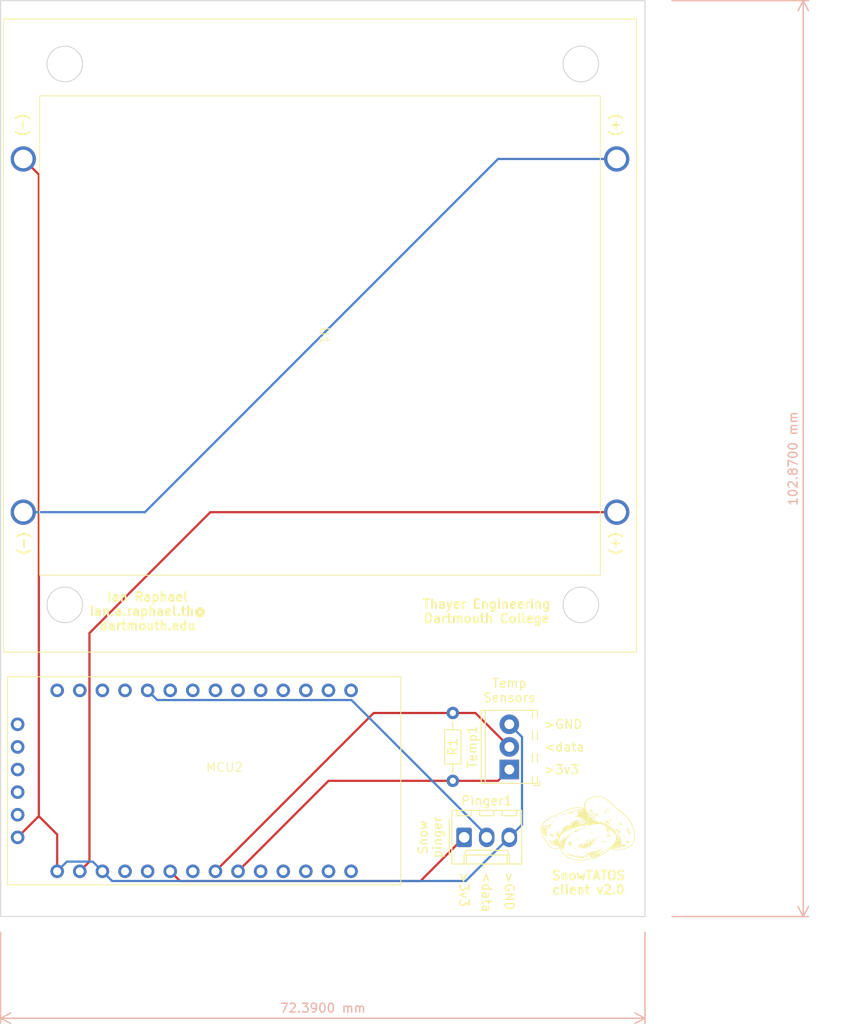
<source format=kicad_pcb>
(kicad_pcb (version 20221018) (generator pcbnew)
  (layers (0 "F.Cu" signal) (31 "B.Cu" signal) (34 "B.Paste" user) (35 "F.Paste" user) (36 "B.SilkS" user "B.Silkscreen") (37 "F.SilkS" user "F.Silkscreen") (38 "B.Mask" user) (39 "F.Mask" user) (44 "Edge.Cuts" user))
  (net 0 "")
  (net 1 "/GND")
  (net 2 "/VBAT")
  (net 13 "/RXD1")
  (net 18 "Net-(MCU2-D22)")
  (net 20 "Net-(MCU2-D24)")
  (net 21 "Net-(MCU2-D25)")
  (net 33 "Net-(U1-Pad0)")
  (footprint "Battery:BatteryHolder_Keystone_2233" (layer "F.Cu") (at 142.5575 82.0674 -90)
    (fp_text reference "U1" (at 0 -0.5 -90 unlocked) (layer "F.SilkS") (effects (font (thickness 0.1))))
    (fp_text value "~")
    (pad "0" thru_hole circle (at -19.8374 -33.3375 270) (size 2.8448 2.8448) (drill 2.0828) (layers "*.Cu" "*.Mask") (net 33 "Net-(U1-Pad0)"))
    (pad "1" thru_hole circle (at 19.8374 -33.3375 270) (size 2.8448 2.8448) (drill 2.0828) (layers "*.Cu" "*.Mask") (net 2 "/VBAT"))
    (pad "2" thru_hole circle (at -19.8374 33.3375 270) (size 2.8448 2.8448) (drill 2.0828) (layers "*.Cu" "*.Mask") (net 1 "/GND"))
    (pad "3" thru_hole circle (at 19.8374 33.3375 270) (size 2.8448 2.8448) (drill 2.0828) (layers "*.Cu" "*.Mask") (net 33 "Net-(U1-Pad0)"))
  )
  (footprint "Connector_Molex:Molex_KK-254_AE-6410-03A_1x03_P2.54mm_Vertical" (layer "F.Cu") (at 158.75 138.43)
    (fp_text reference "Pinger1" (at 2.54 -4.12) (layer "F.SilkS"))
    (fp_text value "Conn_01x03_Pin" hide)
    (pad "1" thru_hole roundrect (at 0 0) (size 1.74 2.19) (drill 1.19) (layers "*.Cu" "*.Mask") (roundrect_rratio 0.1436781609) (net 18 "Net-(MCU2-D22)"))
    (pad "2" thru_hole oval (at 2.54 0) (size 1.74 2.19) (drill 1.19) (layers "*.Cu" "*.Mask") (net 13 "/RXD1"))
    (pad "3" thru_hole oval (at 5.08 0) (size 1.74 2.19) (drill 1.19) (layers "*.Cu" "*.Mask") (net 1 "/GND"))
  )
  (footprint "TerminalBlock_Phoenix:TerminalBlock_Phoenix_MPT-0,5-3-2.54_1x03_P2.54mm_Horizontal" (layer "F.Cu") (at 163.83 130.81 90)
    (fp_text reference "Temp1" (at 2.54 -4.16 90) (layer "F.SilkS"))
    (fp_text value "Screw_Terminal_01x03" hide)
    (pad "" np_thru_hole circle (at 0 2.54 90) (size 1.1 1.1) (drill 1.1) (layers "*.Cu" "*.Mask"))
    (pad "" np_thru_hole circle (at 2.54 2.54 90) (size 1.1 1.1) (drill 1.1) (layers "*.Cu" "*.Mask"))
    (pad "" np_thru_hole circle (at 5.08 2.54 90) (size 1.1 1.1) (drill 1.1) (layers "*.Cu" "*.Mask"))
    (pad "1" thru_hole rect (at 0 0 90) (size 2.2 2.2) (drill 1.1) (layers "*.Cu" "*.Mask") (net 21 "Net-(MCU2-D25)"))
    (pad "2" thru_hole circle (at 2.54 0 90) (size 2.2 2.2) (drill 1.1) (layers "*.Cu" "*.Mask") (net 20 "Net-(MCU2-D24)"))
    (pad "3" thru_hole circle (at 5.08 0 90) (size 2.2 2.2) (drill 1.1) (layers "*.Cu" "*.Mask") (net 1 "/GND"))
  )
  (footprint "Module:Rocket_Scream_Mini_Ultra" (layer "F.Cu") (at 125.73 132.08 -90)
    (fp_text reference "MCU2" (at -1.524 -6.096 unlocked) (layer "F.SilkS") (effects (font (thickness 0.1))))
    (fp_text value "Rocket_Scream_Mini_Ultra")
    (pad "0" thru_hole circle (at -10.16 -20.32 270) (size 1.524 1.524) (drill 0.9) (layers "*.Cu" "*.Mask"))
    (pad "1" thru_hole circle (at -10.16 -17.78 270) (size 1.524 1.524) (drill 0.9) (layers "*.Cu" "*.Mask"))
    (pad "2" thru_hole circle (at -10.16 -15.24 270) (size 1.524 1.524) (drill 0.9) (layers "*.Cu" "*.Mask"))
    (pad "3" thru_hole circle (at -10.16 -12.7 270) (size 1.524 1.524) (drill 0.9) (layers "*.Cu" "*.Mask"))
    (pad "3v3" thru_hole circle (at 10.16 5.08 270) (size 1.524 1.524) (drill 0.9) (layers "*.Cu" "*.Mask"))
    (pad "4" thru_hole circle (at -10.16 -10.16 270) (size 1.524 1.524) (drill 0.9) (layers "*.Cu" "*.Mask"))
    (pad "5" thru_hole circle (at -10.16 -7.62 270) (size 1.524 1.524) (drill 0.9) (layers "*.Cu" "*.Mask"))
    (pad "6" thru_hole circle (at -10.16 -5.08 270) (size 1.524 1.524) (drill 0.9) (layers "*.Cu" "*.Mask"))
    (pad "7" thru_hole circle (at -10.16 -2.54 270) (size 1.524 1.524) (drill 0.9) (layers "*.Cu" "*.Mask"))
    (pad "8" thru_hole circle (at -10.16 0 270) (size 1.524 1.524) (drill 0.9) (layers "*.Cu" "*.Mask"))
    (pad "9" thru_hole circle (at -10.16 2.54 270) (size 1.524 1.524) (drill 0.9) (layers "*.Cu" "*.Mask") (net 13 "/RXD1"))
    (pad "10" thru_hole circle (at -10.16 5.08 270) (size 1.524 1.524) (drill 0.9) (layers "*.Cu" "*.Mask"))
    (pad "11" thru_hole circle (at -10.16 7.62 270) (size 1.524 1.524) (drill 0.9) (layers "*.Cu" "*.Mask"))
    (pad "12" thru_hole circle (at -10.16 10.16 270) (size 1.524 1.524) (drill 0.9) (layers "*.Cu" "*.Mask"))
    (pad "13" thru_hole circle (at -10.16 12.7 270) (size 1.524 1.524) (drill 0.9) (layers "*.Cu" "*.Mask"))
    (pad "22" thru_hole circle (at 10.16 0 270) (size 1.524 1.524) (drill 0.9) (layers "*.Cu" "*.Mask") (net 18 "Net-(MCU2-D22)"))
    (pad "23" thru_hole circle (at 10.16 -2.54 270) (size 1.524 1.524) (drill 0.9) (layers "*.Cu" "*.Mask"))
    (pad "24" thru_hole circle (at 10.16 -5.08 270) (size 1.524 1.524) (drill 0.9) (layers "*.Cu" "*.Mask") (net 20 "Net-(MCU2-D24)"))
    (pad "25" thru_hole circle (at 10.16 -7.62 270) (size 1.524 1.524) (drill 0.9) (layers "*.Cu" "*.Mask") (net 21 "Net-(MCU2-D25)"))
    (pad "A2" thru_hole circle (at 10.16 -10.16 270) (size 1.524 1.524) (drill 0.9) (layers "*.Cu" "*.Mask"))
    (pad "A3" thru_hole circle (at 10.16 -12.7 270) (size 1.524 1.524) (drill 0.9) (layers "*.Cu" "*.Mask"))
    (pad "A4" thru_hole circle (at 10.16 -15.24 270) (size 1.524 1.524) (drill 0.9) (layers "*.Cu" "*.Mask"))
    (pad "A6" thru_hole circle (at 10.16 -17.78 270) (size 1.524 1.524) (drill 0.9) (layers "*.Cu" "*.Mask"))
    (pad "BAT" thru_hole circle (at 10.16 10.16 270) (size 1.524 1.524) (drill 0.9) (layers "*.Cu" "*.Mask") (net 2 "/VBAT"))
    (pad "DTR" thru_hole circle (at -6.35 17.145) (size 1.524 1.524) (drill 0.9) (layers "*.Cu" "*.Mask"))
    (pad "GND" thru_hole circle (at 6.35 17.145) (size 1.524 1.524) (drill 0.9) (layers "*.Cu" "*.Mask") (net 1 "/GND"))
    (pad "GND" thru_hole circle (at 10.16 7.62 270) (size 1.524 1.524) (drill 0.9) (layers "*.Cu" "*.Mask") (net 1 "/GND"))
    (pad "GND" thru_hole circle (at 10.16 12.7 270) (size 1.524 1.524) (drill 0.9) (layers "*.Cu" "*.Mask") (net 1 "/GND"))
    (pad "REF" thru_hole circle (at 10.16 2.54 270) (size 1.524 1.524) (drill 0.9) (layers "*.Cu" "*.Mask"))
    (pad "RST" thru_hole circle (at 10.16 -20.32 180) (size 1.524 1.524) (drill 0.9) (layers "*.Cu" "*.Mask"))
    (pad "RX2" thru_hole circle (at -1.27 17.145) (size 1.524 1.524) (drill 0.9) (layers "*.Cu" "*.Mask"))
    (pad "TX2" thru_hole circle (at -3.81 17.145) (size 1.524 1.524) (drill 0.9) (layers "*.Cu" "*.Mask"))
    (pad "UPDI" thru_hole circle (at 3.81 17.145) (size 1.524 1.524) (drill 0.9) (layers "*.Cu" "*.Mask"))
    (pad "VIN" thru_hole circle (at 1.27 17.145) (size 1.524 1.524) (drill 0.9) (layers "*.Cu" "*.Mask"))
  )
  (footprint "Resistor_THT:R_Axial_DIN0204_L3.6mm_D1.6mm_P7.62mm_Horizontal" (layer "F.Cu") (at 157.48 132.08 90)
    (fp_text reference "R1" (at 3.81 0 90) (layer "F.SilkS"))
    (fp_text value "R")
    (pad "1" thru_hole circle (at 0 0 90) (size 1.4 1.4) (drill 0.7) (layers "*.Cu" "*.Mask") (net 21 "Net-(MCU2-D25)"))
    (pad "2" thru_hole oval (at 7.62 0 90) (size 1.4 1.4) (drill 0.7) (layers "*.Cu" "*.Mask") (net 20 "Net-(MCU2-D24)"))
  )
  (footprint "LOGO" (layer "F.Cu") (at 172.72 137.16)
    (fp_text reference "G***" hide)
    (fp_text value "LOGO" hide)
  )
  (gr_rect (start 106.68 44.45) (end 179.07 147.32) (stroke (width 0.1)) (fill none) (layer "Edge.Cuts"))
  (gr_circle (center 171.8691 51.562) (end 173.8691 51.562) (stroke (width 0.1)) (fill none) (layer "Edge.Cuts"))
  (gr_circle (center 113.8809 51.562) (end 115.8809 51.562) (stroke (width 0.1)) (fill none) (layer "Edge.Cuts"))
  (gr_circle (center 171.8691 112.3188) (end 173.8691 112.3188) (stroke (width 0.1)) (fill none) (layer "Edge.Cuts"))
  (gr_circle (center 113.8809 112.3188) (end 115.8809 112.3188) (stroke (width 0.1)) (fill none) (layer "Edge.Cuts"))
  (gr_text ">GND" (at 163.83 142.24 270) (layer "F.SilkS") (effects (font (size 1 1)) (justify left)))
  (gr_text "(+)" (at 175.26 58.42 270) (layer "F.SilkS") (effects (font (size 1 1) (thickness 0.2) bold) (justify bottom)))
  (gr_text "Temp\nSensors" (at 163.83 121.92) (layer "F.SilkS") (effects (font (size 1 1))))
  (gr_text "Ian Raphael\nian.a.raphael.th@\ndartmouth.edu" (at 123.19 113.03) (layer "F.SilkS") (effects (font (size 1 1) (thickness 0.2) bold)))
  (gr_text "<data" (at 161.29 142.24 270) (layer "F.SilkS") (effects (font (size 1 1)) (justify left)))
  (gr_text "Snow\npinger" (at 154.94 138.43 90) (layer "F.SilkS") (effects (font (size 1 1))))
  (gr_text "SnowTATOS\nclient v2.0" (at 172.72 143.51) (layer "F.SilkS") (effects (font (size 1 1) (thickness 0.2) bold)))
  (gr_text "<data" (at 167.64 128.27) (layer "F.SilkS") (effects (font (size 1 1)) (justify left)))
  (gr_text "(+)" (at 175.26 105.41 -90) (layer "F.SilkS") (effects (font (size 1 1) (thickness 0.2) bold) (justify bottom)))
  (gr_text ">3v3" (at 167.64 130.81) (layer "F.SilkS") (effects (font (size 1 1)) (justify left)))
  (gr_text "Thayer Engineering\nDartmouth College" (at 161.29 113.03) (layer "F.SilkS") (effects (font (size 1 1) (thickness 0.2) bold)))
  (gr_text ">3v3" (at 158.75 142.24 270) (layer "F.SilkS") (effects (font (size 1 1)) (justify left)))
  (gr_text "(-)" (at 109.22 105.41 90) (layer "F.SilkS") (effects (font (size 1 1) (thickness 0.2) bold)))
  (gr_text ">GND" (at 167.64 125.73) (layer "F.SilkS") (effects (font (size 1 1)) (justify left)))
  (gr_text "(-)" (at 109.22 58.42 -90) (layer "F.SilkS") (effects (font (size 1 1) (thickness 0.2) bold)))
  (dimension (type aligned) (layer "B.SilkS") (pts (xy 181.61 44.45) (xy 181.61 147.32)) (height -15.24) (gr_text "4.0500 in" (at 195.7 95.885 90) (layer "B.SilkS") (effects (font (size 1 1) (thickness 0.15)))) (format (prefix "") (suffix "") (units 3) (units_format 1) (precision 4)) (style (thickness 0.15) (arrow_length 1.27) (text_position_mode 0) (extension_height 0.58642) (extension_offset 0.5) keep_text_aligned))
  (dimension (type aligned) (layer "B.SilkS") (pts (xy 106.68 148.59) (xy 179.07 148.59)) (height 10.16) (gr_text "2.8500 in" (at 142.875 157.6) (layer "B.SilkS") (effects (font (size 1 1) (thickness 0.15)))) (format (prefix "") (suffix "") (units 3) (units_format 1) (precision 4)) (style (thickness 0.15) (arrow_length 1.27) (text_position_mode 0) (extension_height 0.58642) (extension_offset 0.5) keep_text_aligned))
  (segment (start 110.9674 136.0476) (end 108.585 138.43) (width 0.25) (layer "F.Cu") (net 1))
  (segment (start 110.9674 63.9774) (end 110.9674 136.0476) (width 0.25) (layer "F.Cu") (net 1))
  (segment (start 110.9674 136.0476) (end 113.03 138.1102) (width 0.25) (layer "F.Cu") (net 1))
  (segment (start 109.22 62.23) (end 110.9674 63.9774) (width 0.25) (layer "F.Cu") (net 1))
  (segment (start 113.03 138.1102) (end 113.03 142.24) (width 0.25) (layer "F.Cu") (net 1))
  (segment (start 158.933 143.327) (end 163.83 138.43) (width 0.25) (layer "B.Cu") (net 1))
  (segment (start 118.11 142.24) (end 119.197 143.327) (width 0.25) (layer "B.Cu") (net 1))
  (segment (start 119.197 143.327) (end 158.933 143.327) (width 0.25) (layer "B.Cu") (net 1))
  (segment (start 113.03 142.24) (end 114.117 141.153) (width 0.25) (layer "B.Cu") (net 1))
  (segment (start 163.83 125.73) (end 165.255 127.155) (width 0.25) (layer "B.Cu") (net 1))
  (segment (start 117.023 141.153) (end 118.11 142.24) (width 0.25) (layer "B.Cu") (net 1))
  (segment (start 114.117 141.153) (end 117.023 141.153) (width 0.25) (layer "B.Cu") (net 1))
  (segment (start 112.395 142.24) (end 113.03 142.24) (width 0.25) (layer "B.Cu") (net 1))
  (segment (start 165.255 127.155) (end 165.255 137.005) (width 0.25) (layer "B.Cu") (net 1))
  (segment (start 165.255 137.005) (end 163.83 138.43) (width 0.25) (layer "B.Cu") (net 1))
  (segment (start 116.657 141.153) (end 115.57 142.24) (width 0.25) (layer "F.Cu") (net 2))
  (segment (start 130.237949 101.9048) (end 116.657 115.485749) (width 0.25) (layer "F.Cu") (net 2))
  (segment (start 116.657 115.485749) (end 116.657 141.153) (width 0.25) (layer "F.Cu") (net 2))
  (segment (start 175.895 101.9048) (end 130.237949 101.9048) (width 0.25) (layer "F.Cu") (net 2))
  (segment (start 161.29 138.205) (end 146.092 123.007) (width 0.25) (layer "B.Cu") (net 13))
  (segment (start 161.29 138.43) (end 161.29 138.205) (width 0.25) (layer "B.Cu") (net 13))
  (segment (start 146.092 123.007) (end 124.277 123.007) (width 0.25) (layer "B.Cu") (net 13))
  (segment (start 124.277 123.007) (end 123.19 121.92) (width 0.25) (layer "B.Cu") (net 13))
  (segment (start 158.75 138.43) (end 153.853 143.327) (width 0.25) (layer "F.Cu") (net 18))
  (segment (start 126.817 143.327) (end 125.73 142.24) (width 0.25) (layer "F.Cu") (net 18))
  (segment (start 153.853 143.327) (end 126.817 143.327) (width 0.25) (layer "F.Cu") (net 18))
  (segment (start 157.48 124.46) (end 160.02 124.46) (width 0.25) (layer "F.Cu") (net 20))
  (segment (start 157.48 124.46) (end 148.59 124.46) (width 0.25) (layer "F.Cu") (net 20))
  (segment (start 148.59 124.46) (end 130.81 142.24) (width 0.25) (layer "F.Cu") (net 20))
  (segment (start 160.02 124.46) (end 163.83 128.27) (width 0.25) (layer "F.Cu") (net 20))
  (segment (start 162.56 132.08) (end 163.83 130.81) (width 0.25) (layer "F.Cu") (net 21))
  (segment (start 143.51 132.08) (end 133.35 142.24) (width 0.25) (layer "F.Cu") (net 21))
  (segment (start 157.48 132.08) (end 143.51 132.08) (width 0.25) (layer "F.Cu") (net 21))
  (segment (start 157.48 132.08) (end 162.56 132.08) (width 0.25) (layer "F.Cu") (net 21))
  (segment (start 109.22 101.9048) (end 122.8852 101.9048) (width 0.25) (layer "B.Cu") (net 33))
  (segment (start 162.56 62.23) (end 175.895 62.23) (width 0.25) (layer "B.Cu") (net 33))
  (segment (start 122.8852 101.9048) (end 162.56 62.23) (width 0.25) (layer "B.Cu") (net 33))
)
</source>
